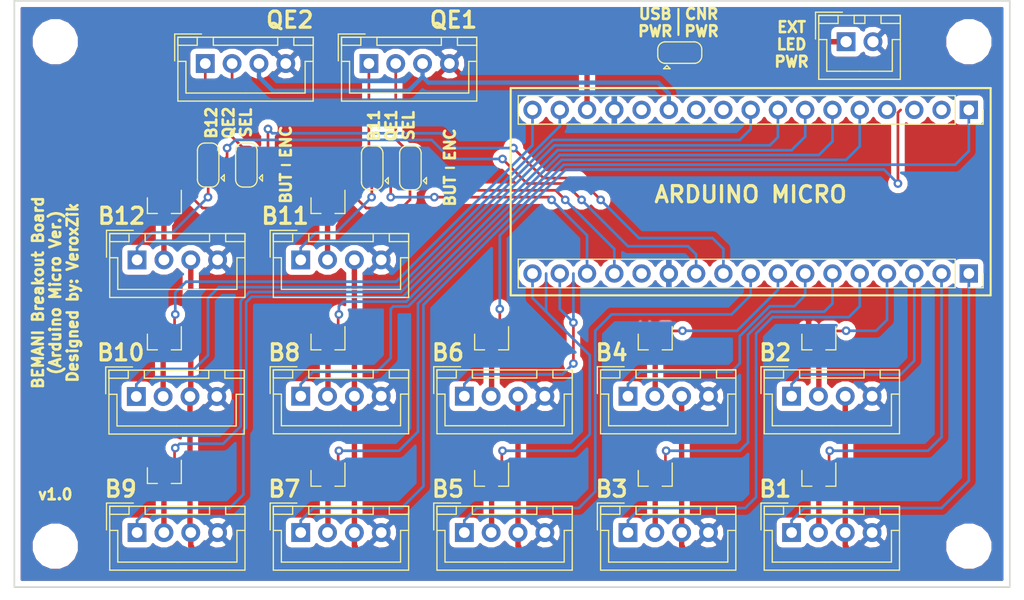
<source format=kicad_pcb>
(kicad_pcb (version 20171130) (host pcbnew "(5.0.0)")
  (layers (0 F.Cu signal) (31 B.Cu signal) (34 B.Paste user) (35 F.Paste user) (36 B.SilkS user) (37 F.SilkS user) (38 B.Mask user) (39 F.Mask user) (44 Edge.Cuts user))
  (net 0 "")
  (net 1 GND)
  (net 2 /B7LED)
  (net 3 /B6LED)
  (net 4 /B5LED)
  (net 5 /B4LED)
  (net 6 /B3LED)
  (net 7 /B2LED)
  (net 8 /B1LED)
  (net 9 /B9LED)
  (net 10 /B8LED)
  (net 11 /QE1B)
  (net 12 /PIN0)
  (net 13 /PIN1)
  (net 14 /QE1A)
  (net 15 /B8)
  (net 16 VBUS)
  (net 17 +12V)
  (net 18 /LED+)
  (net 19 /B4)
  (net 20 +5V)
  (net 21 /B9)
  (net 22 /B7)
  (net 23 /B6)
  (net 24 /B3)
  (net 25 /B2)
  (net 26 /B1)
  (net 27 /QE2A)
  (net 28 /QE2B)
  (net 29 /B5)
  (net 30 /PIN3)
  (net 31 /PIN2)
  (net 32 "Net-(J11-Pad2)")
  (net 33 "Net-(J9-Pad2)")
  (net 34 "Net-(J8-Pad2)")
  (net 35 "Net-(J6-Pad2)")
  (net 36 "Net-(J5-Pad2)")
  (net 37 "Net-(J4-Pad2)")
  (net 38 "Net-(J3-Pad2)")
  (net 39 "Net-(J14-Pad2)")
  (net 40 "Net-(J12-Pad2)")
  (net 41 /B12LED)
  (net 42 /B10LED)
  (net 43 "Net-(J16-Pad2)")
  (net 44 "Net-(J17-Pad2)")
  (net 45 /B11LED)
  (net 46 "Net-(J18-Pad2)")
  (net 47 /B12)
  (net 48 /B11)
  (net 49 /B10)
  (net 50 "Net-(J7-Pad11)")
  (net 51 "Net-(J7-Pad10)")
  (net 52 "Net-(J7-Pad3)")
  (net 53 +3V3)
  (net 54 "Net-(J10-Pad13)")
  (net 55 "Net-(J7-Pad13)")
  (module Connector_PinSocket_2.54mm:PinSocket_1x17_P2.54mm_Vertical (layer F.Cu) (at 191.77 97.79 270)
    (fp_text reference J7 hide)
    (fp_text value Conn_01x17)
    (pad 17 thru_hole oval (at 0 40.64 270) (size 1.7 1.7) (drill 1) (layers *.Cu *.Mask) (net 42 /B10LED))
    (pad 16 thru_hole oval (at 0 38.1 270) (size 1.7 1.7) (drill 1) (layers *.Cu *.Mask) (net 49 /B10))
    (pad 15 thru_hole oval (at 0 35.56 270) (size 1.7 1.7) (drill 1) (layers *.Cu *.Mask) (net 16 VBUS))
    (pad 14 thru_hole oval (at 0 33.02 270) (size 1.7 1.7) (drill 1) (layers *.Cu *.Mask) (net 1 GND))
    (pad 13 thru_hole oval (at 0 30.48 270) (size 1.7 1.7) (drill 1) (layers *.Cu *.Mask) (net 55 "Net-(J7-Pad13)"))
    (pad 12 thru_hole oval (at 0 27.94 270) (size 1.7 1.7) (drill 1) (layers *.Cu *.Mask) (net 20 +5V))
    (pad 11 thru_hole oval (at 0 25.4 270) (size 1.7 1.7) (drill 1) (layers *.Cu *.Mask) (net 50 "Net-(J7-Pad11)"))
    (pad 10 thru_hole oval (at 0 22.86 270) (size 1.7 1.7) (drill 1) (layers *.Cu *.Mask) (net 51 "Net-(J7-Pad10)"))
    (pad 9 thru_hole oval (at 0 20.32 270) (size 1.7 1.7) (drill 1) (layers *.Cu *.Mask) (net 9 /B9LED))
    (pad 8 thru_hole oval (at 0 17.78 270) (size 1.7 1.7) (drill 1) (layers *.Cu *.Mask) (net 21 /B9))
    (pad 7 thru_hole oval (at 0 15.24 270) (size 1.7 1.7) (drill 1) (layers *.Cu *.Mask) (net 10 /B8LED))
    (pad 6 thru_hole oval (at 0 12.7 270) (size 1.7 1.7) (drill 1) (layers *.Cu *.Mask) (net 15 /B8))
    (pad 5 thru_hole oval (at 0 10.16 270) (size 1.7 1.7) (drill 1) (layers *.Cu *.Mask) (net 2 /B7LED))
    (pad 4 thru_hole oval (at 0 7.62 270) (size 1.7 1.7) (drill 1) (layers *.Cu *.Mask) (net 3 /B6LED))
    (pad 3 thru_hole oval (at 0 5.08 270) (size 1.7 1.7) (drill 1) (layers *.Cu *.Mask) (net 52 "Net-(J7-Pad3)"))
    (pad 2 thru_hole oval (at 0 2.54 270) (size 1.7 1.7) (drill 1) (layers *.Cu *.Mask) (net 53 +3V3))
    (pad 1 thru_hole rect (at 0 0 270) (size 1.7 1.7) (drill 1) (layers *.Cu *.Mask) (net 22 /B7))
  )
  (module Connector_PinSocket_2.54mm:PinSocket_1x17_P2.54mm_Vertical (layer F.Cu) (at 191.77 113.03 270)
    (fp_text reference J10 hide)
    (fp_text value Conn_01x17)
    (pad 1 thru_hole rect (at 0 0 270) (size 1.7 1.7) (drill 1) (layers *.Cu *.Mask) (net 26 /B1))
    (pad 2 thru_hole oval (at 0 2.54 270) (size 1.7 1.7) (drill 1) (layers *.Cu *.Mask) (net 8 /B1LED))
    (pad 3 thru_hole oval (at 0 5.08 270) (size 1.7 1.7) (drill 1) (layers *.Cu *.Mask) (net 25 /B2))
    (pad 4 thru_hole oval (at 0 7.62 270) (size 1.7 1.7) (drill 1) (layers *.Cu *.Mask) (net 7 /B2LED))
    (pad 5 thru_hole oval (at 0 10.16 270) (size 1.7 1.7) (drill 1) (layers *.Cu *.Mask) (net 24 /B3))
    (pad 6 thru_hole oval (at 0 12.7 270) (size 1.7 1.7) (drill 1) (layers *.Cu *.Mask) (net 6 /B3LED))
    (pad 7 thru_hole oval (at 0 15.24 270) (size 1.7 1.7) (drill 1) (layers *.Cu *.Mask) (net 19 /B4))
    (pad 8 thru_hole oval (at 0 17.78 270) (size 1.7 1.7) (drill 1) (layers *.Cu *.Mask) (net 5 /B4LED))
    (pad 9 thru_hole oval (at 0 20.32 270) (size 1.7 1.7) (drill 1) (layers *.Cu *.Mask) (net 29 /B5))
    (pad 10 thru_hole oval (at 0 22.86 270) (size 1.7 1.7) (drill 1) (layers *.Cu *.Mask) (net 30 /PIN3))
    (pad 11 thru_hole oval (at 0 25.4 270) (size 1.7 1.7) (drill 1) (layers *.Cu *.Mask) (net 31 /PIN2))
    (pad 12 thru_hole oval (at 0 27.94 270) (size 1.7 1.7) (drill 1) (layers *.Cu *.Mask) (net 1 GND))
    (pad 13 thru_hole oval (at 0 30.48 270) (size 1.7 1.7) (drill 1) (layers *.Cu *.Mask) (net 54 "Net-(J10-Pad13)"))
    (pad 14 thru_hole oval (at 0 33.02 270) (size 1.7 1.7) (drill 1) (layers *.Cu *.Mask) (net 12 /PIN0))
    (pad 15 thru_hole oval (at 0 35.56 270) (size 1.7 1.7) (drill 1) (layers *.Cu *.Mask) (net 13 /PIN1))
    (pad 16 thru_hole oval (at 0 38.1 270) (size 1.7 1.7) (drill 1) (layers *.Cu *.Mask) (net 23 /B6))
    (pad 17 thru_hole oval (at 0 40.64 270) (size 1.7 1.7) (drill 1) (layers *.Cu *.Mask) (net 4 /B5LED))
  )
  (module Connectors_JST:JST_XH_B04B-XH-A_04x2.50mm_Straight (layer F.Cu) (at 114.3 111.76)
    (fp_text reference J17 hide)
    (fp_text value Conn_01x04)
    (pad 1 thru_hole rect (at 0 0) (size 1.75 1.75) (drill 1) (layers *.Cu *.Mask) (net 47 /B12))
    (pad 2 thru_hole circle (at 2.5 0) (size 1.75 1.75) (drill 1) (layers *.Cu *.Mask) (net 44 "Net-(J17-Pad2)"))
    (pad 3 thru_hole circle (at 5 0) (size 1.75 1.75) (drill 1) (layers *.Cu *.Mask) (net 18 /LED+))
    (pad 4 thru_hole circle (at 7.5 0) (size 1.75 1.75) (drill 1) (layers *.Cu *.Mask) (net 1 GND))
  )
  (module Connectors_JST:JST_XH_B04B-XH-A_04x2.50mm_Straight (layer F.Cu) (at 129.54 124.46)
    (fp_text reference J16 hide)
    (fp_text value Conn_01x04)
    (pad 4 thru_hole circle (at 7.5 0) (size 1.75 1.75) (drill 1) (layers *.Cu *.Mask) (net 1 GND))
    (pad 3 thru_hole circle (at 5 0) (size 1.75 1.75) (drill 1) (layers *.Cu *.Mask) (net 18 /LED+))
    (pad 2 thru_hole circle (at 2.5 0) (size 1.75 1.75) (drill 1) (layers *.Cu *.Mask) (net 43 "Net-(J16-Pad2)"))
    (pad 1 thru_hole rect (at 0 0) (size 1.75 1.75) (drill 1) (layers *.Cu *.Mask) (net 15 /B8))
  )
  (module Connectors_JST:JST_XH_B04B-XH-A_04x2.50mm_Straight (layer F.Cu) (at 114.227001 124.483001)
    (fp_text reference J14 hide)
    (fp_text value Conn_01x04)
    (pad 1 thru_hole rect (at 0 0) (size 1.75 1.75) (drill 1) (layers *.Cu *.Mask) (net 49 /B10))
    (pad 2 thru_hole circle (at 2.5 0) (size 1.75 1.75) (drill 1) (layers *.Cu *.Mask) (net 39 "Net-(J14-Pad2)"))
    (pad 3 thru_hole circle (at 5 0) (size 1.75 1.75) (drill 1) (layers *.Cu *.Mask) (net 18 /LED+))
    (pad 4 thru_hole circle (at 7.5 0) (size 1.75 1.75) (drill 1) (layers *.Cu *.Mask) (net 1 GND))
  )
  (module Connectors_JST:JST_XH_B04B-XH-A_04x2.50mm_Straight (layer F.Cu) (at 129.54 111.76)
    (fp_text reference J12 hide)
    (fp_text value Conn_01x04)
    (pad 4 thru_hole circle (at 7.5 0) (size 1.75 1.75) (drill 1) (layers *.Cu *.Mask) (net 1 GND))
    (pad 3 thru_hole circle (at 5 0) (size 1.75 1.75) (drill 1) (layers *.Cu *.Mask) (net 18 /LED+))
    (pad 2 thru_hole circle (at 2.5 0) (size 1.75 1.75) (drill 1) (layers *.Cu *.Mask) (net 40 "Net-(J12-Pad2)"))
    (pad 1 thru_hole rect (at 0 0) (size 1.75 1.75) (drill 1) (layers *.Cu *.Mask) (net 48 /B11))
  )
  (module TO_SOT_Packages_SMD:SOT-23 (layer F.Cu) (at 116.84 119.38 270)
    (fp_text reference Q9 hide)
    (fp_text value Si2302CDS)
    (pad 1 smd rect (at -1 -0.95 270) (size 0.9 0.8) (layers F.Cu F.Paste F.Mask) (net 42 /B10LED))
    (pad 2 smd rect (at -1 0.95 270) (size 0.9 0.8) (layers F.Cu F.Paste F.Mask) (net 1 GND))
    (pad 3 smd rect (at 1 0 270) (size 0.9 0.8) (layers F.Cu F.Paste F.Mask) (net 39 "Net-(J14-Pad2)"))
  )
  (module TO_SOT_Packages_SMD:SOT-23 (layer F.Cu) (at 116.84 131.826 270)
    (fp_text reference Q12 hide)
    (fp_text value Si2302CDS)
    (pad 3 smd rect (at 1 0 270) (size 0.9 0.8) (layers F.Cu F.Paste F.Mask) (net 46 "Net-(J18-Pad2)"))
    (pad 2 smd rect (at -1 0.95 270) (size 0.9 0.8) (layers F.Cu F.Paste F.Mask) (net 1 GND))
    (pad 1 smd rect (at -1 -0.95 270) (size 0.9 0.8) (layers F.Cu F.Paste F.Mask) (net 9 /B9LED))
  )
  (module TO_SOT_Packages_SMD:SOT-23 (layer F.Cu) (at 116.84 106.68 270)
    (fp_text reference Q11 hide)
    (fp_text value Si2302CDS)
    (pad 1 smd rect (at -1 -0.95 270) (size 0.9 0.8) (layers F.Cu F.Paste F.Mask) (net 41 /B12LED))
    (pad 2 smd rect (at -1 0.95 270) (size 0.9 0.8) (layers F.Cu F.Paste F.Mask) (net 1 GND))
    (pad 3 smd rect (at 1 0 270) (size 0.9 0.8) (layers F.Cu F.Paste F.Mask) (net 44 "Net-(J17-Pad2)"))
  )
  (module TO_SOT_Packages_SMD:SOT-23 (layer F.Cu) (at 132.08 106.68 270)
    (fp_text reference Q8 hide)
    (fp_text value Si2302CDS)
    (pad 3 smd rect (at 1 0 270) (size 0.9 0.8) (layers F.Cu F.Paste F.Mask) (net 40 "Net-(J12-Pad2)"))
    (pad 2 smd rect (at -1 0.95 270) (size 0.9 0.8) (layers F.Cu F.Paste F.Mask) (net 1 GND))
    (pad 1 smd rect (at -1 -0.95 270) (size 0.9 0.8) (layers F.Cu F.Paste F.Mask) (net 45 /B11LED))
  )
  (module Jumper:SolderJumper-3_P1.3mm_Open_RoundedPad1.0x1.5mm (layer F.Cu) (at 124.477356 102.927742 90)
    (fp_text reference JP5 hide)
    (fp_text value SolderJumper_3_Open)
    (pad 1 smd custom (at -1.3 0 90) (size 1 0.5) (layers F.Cu F.Mask) (net 41 /B12LED) (options (clearance outline) (anchor rect)) (primitives (gr_circle (center 0 0.25) (end 0.5 0.25) (width 0)) (gr_circle (center 0 -0.25) (end 0.5 -0.25) (width 0)) (gr_poly (pts (xy 0.55 -0.75) (xy 0 -0.75) (xy 0 0.75) (xy 0.55 0.75)) (width 0))))
    (pad 3 smd custom (at 1.3 0 90) (size 1 0.5) (layers F.Cu F.Mask) (net 28 /QE2B) (options (clearance outline) (anchor rect)) (primitives (gr_circle (center 0 0.25) (end 0.5 0.25) (width 0)) (gr_circle (center 0 -0.25) (end 0.5 -0.25) (width 0)) (gr_poly (pts (xy -0.55 -0.75) (xy 0 -0.75) (xy 0 0.75) (xy -0.55 0.75)) (width 0))))
    (pad 2 smd rect (at 0 0 90) (size 1 1.5) (layers F.Cu F.Mask) (net 30 /PIN3))
  )
  (module Connectors_JST:JST_XH_B02B-XH-A_02x2.50mm_Straight (layer F.Cu) (at 180.34 91.44)
    (fp_text reference J13 hide)
    (fp_text value Conn_01x02)
    (pad 2 thru_hole circle (at 2.5 0) (size 1.75 1.75) (drill 1.05) (layers *.Cu *.Mask) (net 1 GND))
    (pad 1 thru_hole rect (at 0 0) (size 1.75 1.75) (drill 1.05) (layers *.Cu *.Mask) (net 17 +12V))
  )
  (module Connectors_JST:JST_XH_B04B-XH-A_04x2.50mm_Straight (layer F.Cu) (at 144.78 137.16)
    (fp_text reference J8 hide)
    (fp_text value Conn_01x04)
    (pad 4 thru_hole circle (at 7.5 0) (size 1.75 1.75) (drill 1) (layers *.Cu *.Mask) (net 1 GND))
    (pad 3 thru_hole circle (at 5 0) (size 1.75 1.75) (drill 1) (layers *.Cu *.Mask) (net 18 /LED+))
    (pad 2 thru_hole circle (at 2.5 0) (size 1.75 1.75) (drill 1) (layers *.Cu *.Mask) (net 34 "Net-(J8-Pad2)"))
    (pad 1 thru_hole rect (at 0 0) (size 1.75 1.75) (drill 1) (layers *.Cu *.Mask) (net 29 /B5))
  )
  (module Connectors_JST:JST_XH_B04B-XH-A_04x2.50mm_Straight (layer F.Cu) (at 120.65 93.472)
    (fp_text reference J2 hide)
    (fp_text value Conn_01x04)
    (pad 4 thru_hole circle (at 7.5 0) (size 1.75 1.75) (drill 1) (layers *.Cu *.Mask) (net 1 GND))
    (pad 3 thru_hole circle (at 5 0) (size 1.75 1.75) (drill 1) (layers *.Cu *.Mask) (net 20 +5V))
    (pad 2 thru_hole circle (at 2.5 0) (size 1.75 1.75) (drill 1) (layers *.Cu *.Mask) (net 28 /QE2B))
    (pad 1 thru_hole rect (at 0 0) (size 1.75 1.75) (drill 1) (layers *.Cu *.Mask) (net 27 /QE2A))
  )
  (module Connectors_JST:JST_XH_B04B-XH-A_04x2.50mm_Straight (layer F.Cu) (at 175.26 137.16)
    (fp_text reference J3 hide)
    (fp_text value Conn_01x04)
    (pad 4 thru_hole circle (at 7.5 0) (size 1.75 1.75) (drill 1) (layers *.Cu *.Mask) (net 1 GND))
    (pad 3 thru_hole circle (at 5 0) (size 1.75 1.75) (drill 1) (layers *.Cu *.Mask) (net 18 /LED+))
    (pad 2 thru_hole circle (at 2.5 0) (size 1.75 1.75) (drill 1) (layers *.Cu *.Mask) (net 38 "Net-(J3-Pad2)"))
    (pad 1 thru_hole rect (at 0 0) (size 1.75 1.75) (drill 1) (layers *.Cu *.Mask) (net 26 /B1))
  )
  (module Connectors_JST:JST_XH_B04B-XH-A_04x2.50mm_Straight (layer F.Cu) (at 175.26 124.46)
    (fp_text reference J4 hide)
    (fp_text value Conn_01x04)
    (pad 1 thru_hole rect (at 0 0) (size 1.75 1.75) (drill 1) (layers *.Cu *.Mask) (net 25 /B2))
    (pad 2 thru_hole circle (at 2.5 0) (size 1.75 1.75) (drill 1) (layers *.Cu *.Mask) (net 37 "Net-(J4-Pad2)"))
    (pad 3 thru_hole circle (at 5 0) (size 1.75 1.75) (drill 1) (layers *.Cu *.Mask) (net 18 /LED+))
    (pad 4 thru_hole circle (at 7.5 0) (size 1.75 1.75) (drill 1) (layers *.Cu *.Mask) (net 1 GND))
  )
  (module Connectors_JST:JST_XH_B04B-XH-A_04x2.50mm_Straight (layer F.Cu) (at 160.02 137.16)
    (fp_text reference J5 hide)
    (fp_text value Conn_01x04)
    (pad 4 thru_hole circle (at 7.5 0) (size 1.75 1.75) (drill 1) (layers *.Cu *.Mask) (net 1 GND))
    (pad 3 thru_hole circle (at 5 0) (size 1.75 1.75) (drill 1) (layers *.Cu *.Mask) (net 18 /LED+))
    (pad 2 thru_hole circle (at 2.5 0) (size 1.75 1.75) (drill 1) (layers *.Cu *.Mask) (net 36 "Net-(J5-Pad2)"))
    (pad 1 thru_hole rect (at 0 0) (size 1.75 1.75) (drill 1) (layers *.Cu *.Mask) (net 24 /B3))
  )
  (module Connectors_JST:JST_XH_B04B-XH-A_04x2.50mm_Straight (layer F.Cu) (at 144.78 124.46)
    (fp_text reference J9 hide)
    (fp_text value Conn_01x04)
    (pad 1 thru_hole rect (at 0 0) (size 1.75 1.75) (drill 1) (layers *.Cu *.Mask) (net 23 /B6))
    (pad 2 thru_hole circle (at 2.5 0) (size 1.75 1.75) (drill 1) (layers *.Cu *.Mask) (net 33 "Net-(J9-Pad2)"))
    (pad 3 thru_hole circle (at 5 0) (size 1.75 1.75) (drill 1) (layers *.Cu *.Mask) (net 18 /LED+))
    (pad 4 thru_hole circle (at 7.5 0) (size 1.75 1.75) (drill 1) (layers *.Cu *.Mask) (net 1 GND))
  )
  (module Connectors_JST:JST_XH_B04B-XH-A_04x2.50mm_Straight (layer F.Cu) (at 129.54 137.16)
    (fp_text reference J11 hide)
    (fp_text value Conn_01x04)
    (pad 4 thru_hole circle (at 7.5 0) (size 1.75 1.75) (drill 1) (layers *.Cu *.Mask) (net 1 GND))
    (pad 3 thru_hole circle (at 5 0) (size 1.75 1.75) (drill 1) (layers *.Cu *.Mask) (net 18 /LED+))
    (pad 2 thru_hole circle (at 2.5 0) (size 1.75 1.75) (drill 1) (layers *.Cu *.Mask) (net 32 "Net-(J11-Pad2)"))
    (pad 1 thru_hole rect (at 0 0) (size 1.75 1.75) (drill 1) (layers *.Cu *.Mask) (net 22 /B7))
  )
  (module Connectors_JST:JST_XH_B04B-XH-A_04x2.50mm_Straight (layer F.Cu) (at 114.3 137.16)
    (fp_text reference J18 hide)
    (fp_text value Conn_01x04)
    (pad 4 thru_hole circle (at 7.5 0) (size 1.75 1.75) (drill 1) (layers *.Cu *.Mask) (net 1 GND))
    (pad 3 thru_hole circle (at 5 0) (size 1.75 1.75) (drill 1) (layers *.Cu *.Mask) (net 18 /LED+))
    (pad 2 thru_hole circle (at 2.5 0) (size 1.75 1.75) (drill 1) (layers *.Cu *.Mask) (net 46 "Net-(J18-Pad2)"))
    (pad 1 thru_hole rect (at 0 0) (size 1.75 1.75) (drill 1) (layers *.Cu *.Mask) (net 21 /B9))
  )
  (module Connectors_JST:JST_XH_B04B-XH-A_04x2.50mm_Straight (layer F.Cu) (at 135.89 93.472)
    (fp_text reference J1 hide)
    (fp_text value Conn_01x04)
    (pad 1 thru_hole rect (at 0 0) (size 1.75 1.75) (drill 1) (layers *.Cu *.Mask) (net 14 /QE1A))
    (pad 2 thru_hole circle (at 2.5 0) (size 1.75 1.75) (drill 1) (layers *.Cu *.Mask) (net 11 /QE1B))
    (pad 3 thru_hole circle (at 5 0) (size 1.75 1.75) (drill 1) (layers *.Cu *.Mask) (net 20 +5V))
    (pad 4 thru_hole circle (at 7.5 0) (size 1.75 1.75) (drill 1) (layers *.Cu *.Mask) (net 1 GND))
  )
  (module Connectors_JST:JST_XH_B04B-XH-A_04x2.50mm_Straight (layer F.Cu) (at 160.02 124.46)
    (fp_text reference J6 hide)
    (fp_text value Conn_01x04)
    (pad 4 thru_hole circle (at 7.5 0) (size 1.75 1.75) (drill 1) (layers *.Cu *.Mask) (net 1 GND))
    (pad 3 thru_hole circle (at 5 0) (size 1.75 1.75) (drill 1) (layers *.Cu *.Mask) (net 18 /LED+))
    (pad 2 thru_hole circle (at 2.5 0) (size 1.75 1.75) (drill 1) (layers *.Cu *.Mask) (net 35 "Net-(J6-Pad2)"))
    (pad 1 thru_hole rect (at 0 0) (size 1.75 1.75) (drill 1) (layers *.Cu *.Mask) (net 19 /B4))
  )
  (module Jumper:SolderJumper-3_P1.3mm_Open_RoundedPad1.0x1.5mm (layer F.Cu) (at 136.200666 103.187773 90)
    (fp_text reference JP2 hide)
    (fp_text value SolderJumper_3_Open)
    (pad 2 smd rect (at 0 0 90) (size 1 1.5) (layers F.Cu F.Mask) (net 13 /PIN1))
    (pad 3 smd custom (at 1.3 0 90) (size 1 0.5) (layers F.Cu F.Mask) (net 14 /QE1A) (options (clearance outline) (anchor rect)) (primitives (gr_circle (center 0 0.25) (end 0.5 0.25) (width 0)) (gr_circle (center 0 -0.25) (end 0.5 -0.25) (width 0)) (gr_poly (pts (xy -0.55 -0.75) (xy 0 -0.75) (xy 0 0.75) (xy -0.55 0.75)) (width 0))))
    (pad 1 smd custom (at -1.3 0 90) (size 1 0.5) (layers F.Cu F.Mask) (net 48 /B11) (options (clearance outline) (anchor rect)) (primitives (gr_circle (center 0 0.25) (end 0.5 0.25) (width 0)) (gr_circle (center 0 -0.25) (end 0.5 -0.25) (width 0)) (gr_poly (pts (xy 0.55 -0.75) (xy 0 -0.75) (xy 0 0.75) (xy 0.55 0.75)) (width 0))))
  )
  (module Jumper:SolderJumper-3_P1.3mm_Open_RoundedPad1.0x1.5mm (layer F.Cu) (at 164.846 92.456)
    (fp_text reference JP1 hide)
    (fp_text value SolderJumper_3_Open)
    (pad 1 smd custom (at -1.3 0) (size 1 0.5) (layers F.Cu F.Mask) (net 16 VBUS) (options (clearance outline) (anchor rect)) (primitives (gr_circle (center 0 0.25) (end 0.5 0.25) (width 0)) (gr_circle (center 0 -0.25) (end 0.5 -0.25) (width 0)) (gr_poly (pts (xy 0.55 -0.75) (xy 0 -0.75) (xy 0 0.75) (xy 0.55 0.75)) (width 0))))
    (pad 3 smd custom (at 1.3 0) (size 1 0.5) (layers F.Cu F.Mask) (net 17 +12V) (options (clearance outline) (anchor rect)) (primitives (gr_circle (center 0 0.25) (end 0.5 0.25) (width 0)) (gr_circle (center 0 -0.25) (end 0.5 -0.25) (width 0)) (gr_poly (pts (xy -0.55 -0.75) (xy 0 -0.75) (xy 0 0.75) (xy -0.55 0.75)) (width 0))))
    (pad 2 smd rect (at 0 0) (size 1 1.5) (layers F.Cu F.Mask) (net 18 /LED+))
  )
  (module Jumper:SolderJumper-3_P1.3mm_Open_RoundedPad1.0x1.5mm (layer F.Cu) (at 120.921356 102.927742 90)
    (fp_text reference JP4 hide)
    (fp_text value SolderJumper_3_Open)
    (pad 2 smd rect (at 0 0 90) (size 1 1.5) (layers F.Cu F.Mask) (net 31 /PIN2))
    (pad 3 smd custom (at 1.3 0 90) (size 1 0.5) (layers F.Cu F.Mask) (net 27 /QE2A) (options (clearance outline) (anchor rect)) (primitives (gr_circle (center 0 0.25) (end 0.5 0.25) (width 0)) (gr_circle (center 0 -0.25) (end 0.5 -0.25) (width 0)) (gr_poly (pts (xy -0.55 -0.75) (xy 0 -0.75) (xy 0 0.75) (xy -0.55 0.75)) (width 0))))
    (pad 1 smd custom (at -1.3 0 90) (size 1 0.5) (layers F.Cu F.Mask) (net 47 /B12) (options (clearance outline) (anchor rect)) (primitives (gr_circle (center 0 0.25) (end 0.5 0.25) (width 0)) (gr_circle (center 0 -0.25) (end 0.5 -0.25) (width 0)) (gr_poly (pts (xy 0.55 -0.75) (xy 0 -0.75) (xy 0 0.75) (xy 0.55 0.75)) (width 0))))
  )
  (module Jumper:SolderJumper-3_P1.3mm_Open_RoundedPad1.0x1.5mm (layer F.Cu) (at 139.756666 103.187773 90)
    (fp_text reference JP3 hide)
    (fp_text value SolderJumper_3_Open)
    (pad 1 smd custom (at -1.3 0 90) (size 1 0.5) (layers F.Cu F.Mask) (net 45 /B11LED) (options (clearance outline) (anchor rect)) (primitives (gr_circle (center 0 0.25) (end 0.5 0.25) (width 0)) (gr_circle (center 0 -0.25) (end 0.5 -0.25) (width 0)) (gr_poly (pts (xy 0.55 -0.75) (xy 0 -0.75) (xy 0 0.75) (xy 0.55 0.75)) (width 0))))
    (pad 3 smd custom (at 1.3 0 90) (size 1 0.5) (layers F.Cu F.Mask) (net 11 /QE1B) (options (clearance outline) (anchor rect)) (primitives (gr_circle (center 0 0.25) (end 0.5 0.25) (width 0)) (gr_circle (center 0 -0.25) (end 0.5 -0.25) (width 0)) (gr_poly (pts (xy -0.55 -0.75) (xy 0 -0.75) (xy 0 0.75) (xy -0.55 0.75)) (width 0))))
    (pad 2 smd rect (at 0 0 90) (size 1 1.5) (layers F.Cu F.Mask) (net 12 /PIN0))
  )
  (module Mounting_Holes:MountingHole_3.2mm_M3 (layer F.Cu) (at 106.68 138.43)
    (fp_text reference MH1 hide)
    (fp_text value MountingHole)
    (pad 1 np_thru_hole circle (at 0 0) (size 3.2 3.2) (drill 3.2) (layers *.Cu *.Mask))
  )
  (module Mounting_Holes:MountingHole_3.2mm_M3 (layer F.Cu) (at 106.68 91.44)
    (fp_text reference MH2 hide)
    (fp_text value MountingHole)
    (pad 1 np_thru_hole circle (at 0 0) (size 3.2 3.2) (drill 3.2) (layers *.Cu *.Mask))
  )
  (module Mounting_Holes:MountingHole_3.2mm_M3 (layer F.Cu) (at 191.77 138.43)
    (fp_text reference MH3 hide)
    (fp_text value MountingHole)
    (pad 1 np_thru_hole circle (at 0 0) (size 3.2 3.2) (drill 3.2) (layers *.Cu *.Mask))
  )
  (module Mounting_Holes:MountingHole_3.2mm_M3 (layer F.Cu) (at 191.77 91.44)
    (fp_text reference MH4 hide)
    (fp_text value MountingHole)
    (pad 1 np_thru_hole circle (at 0 0) (size 3.2 3.2) (drill 3.2) (layers *.Cu *.Mask))
  )
  (module TO_SOT_Packages_SMD:SOT-23 (layer F.Cu) (at 132.08 119.38 270)
    (fp_text reference Q10 hide)
    (fp_text value Si2302CDS)
    (pad 3 smd rect (at 1 0 270) (size 0.9 0.8) (layers F.Cu F.Paste F.Mask) (net 43 "Net-(J16-Pad2)"))
    (pad 2 smd rect (at -1 0.95 270) (size 0.9 0.8) (layers F.Cu F.Paste F.Mask) (net 1 GND))
    (pad 1 smd rect (at -1 -0.95 270) (size 0.9 0.8) (layers F.Cu F.Paste F.Mask) (net 10 /B8LED))
  )
  (module TO_SOT_Packages_SMD:SOT-23 (layer F.Cu) (at 177.8 132.08 270)
    (fp_text reference Q1 hide)
    (fp_text value Si2302CDS)
    (pad 3 smd rect (at 1 0 270) (size 0.9 0.8) (layers F.Cu F.Paste F.Mask) (net 38 "Net-(J3-Pad2)"))
    (pad 2 smd rect (at -1 0.95 270) (size 0.9 0.8) (layers F.Cu F.Paste F.Mask) (net 1 GND))
    (pad 1 smd rect (at -1 -0.95 270) (size 0.9 0.8) (layers F.Cu F.Paste F.Mask) (net 8 /B1LED))
  )
  (module TO_SOT_Packages_SMD:SOT-23 (layer F.Cu) (at 177.8 119.38 270)
    (fp_text reference Q2 hide)
    (fp_text value Si2302CDS)
    (pad 1 smd rect (at -1 -0.95 270) (size 0.9 0.8) (layers F.Cu F.Paste F.Mask) (net 7 /B2LED))
    (pad 2 smd rect (at -1 0.95 270) (size 0.9 0.8) (layers F.Cu F.Paste F.Mask) (net 1 GND))
    (pad 3 smd rect (at 1 0 270) (size 0.9 0.8) (layers F.Cu F.Paste F.Mask) (net 37 "Net-(J4-Pad2)"))
  )
  (module TO_SOT_Packages_SMD:SOT-23 (layer F.Cu) (at 162.56 132.08 270)
    (fp_text reference Q3 hide)
    (fp_text value Si2302CDS)
    (pad 3 smd rect (at 1 0 270) (size 0.9 0.8) (layers F.Cu F.Paste F.Mask) (net 36 "Net-(J5-Pad2)"))
    (pad 2 smd rect (at -1 0.95 270) (size 0.9 0.8) (layers F.Cu F.Paste F.Mask) (net 1 GND))
    (pad 1 smd rect (at -1 -0.95 270) (size 0.9 0.8) (layers F.Cu F.Paste F.Mask) (net 6 /B3LED))
  )
  (module TO_SOT_Packages_SMD:SOT-23 (layer F.Cu) (at 162.56 119.38 270)
    (fp_text reference Q4 hide)
    (fp_text value Si2302CDS)
    (pad 1 smd rect (at -1 -0.95 270) (size 0.9 0.8) (layers F.Cu F.Paste F.Mask) (net 5 /B4LED))
    (pad 2 smd rect (at -1 0.95 270) (size 0.9 0.8) (layers F.Cu F.Paste F.Mask) (net 1 GND))
    (pad 3 smd rect (at 1 0 270) (size 0.9 0.8) (layers F.Cu F.Paste F.Mask) (net 35 "Net-(J6-Pad2)"))
  )
  (module TO_SOT_Packages_SMD:SOT-23 (layer F.Cu) (at 147.32 132.08 270)
    (fp_text reference Q5 hide)
    (fp_text value Si2302CDS)
    (pad 3 smd rect (at 1 0 270) (size 0.9 0.8) (layers F.Cu F.Paste F.Mask) (net 34 "Net-(J8-Pad2)"))
    (pad 2 smd rect (at -1 0.95 270) (size 0.9 0.8) (layers F.Cu F.Paste F.Mask) (net 1 GND))
    (pad 1 smd rect (at -1 -0.95 270) (size 0.9 0.8) (layers F.Cu F.Paste F.Mask) (net 4 /B5LED))
  )
  (module TO_SOT_Packages_SMD:SOT-23 (layer F.Cu) (at 147.32 119.38 270)
    (fp_text reference Q6 hide)
    (fp_text value Si2302CDS)
    (pad 1 smd rect (at -1 -0.95 270) (size 0.9 0.8) (layers F.Cu F.Paste F.Mask) (net 3 /B6LED))
    (pad 2 smd rect (at -1 0.95 270) (size 0.9 0.8) (layers F.Cu F.Paste F.Mask) (net 1 GND))
    (pad 3 smd rect (at 1 0 270) (size 0.9 0.8) (layers F.Cu F.Paste F.Mask) (net 33 "Net-(J9-Pad2)"))
  )
  (module TO_SOT_Packages_SMD:SOT-23 (layer F.Cu) (at 132.08 132.08 270)
    (fp_text reference Q7 hide)
    (fp_text value Si2302CDS)
    (pad 3 smd rect (at 1 0 270) (size 0.9 0.8) (layers F.Cu F.Paste F.Mask) (net 32 "Net-(J11-Pad2)"))
    (pad 2 smd rect (at -1 0.95 270) (size 0.9 0.8) (layers F.Cu F.Paste F.Mask) (net 1 GND))
    (pad 1 smd rect (at -1 -0.95 270) (size 0.9 0.8) (layers F.Cu F.Paste F.Mask) (net 2 /B7LED))
  )
  (gr_text v1.0 (at 106.68 133.604) (layer F.SilkS) (effects (font (size 1 1) (thickness 0.25))))
  (gr_text B11 (at 128.088999 107.672999) (layer F.SilkS) (effects (font (size 1.5 1.5) (thickness 0.3))))
  (gr_text B12 (at 112.848999 107.672999) (layer F.SilkS) (effects (font (size 1.5 1.5) (thickness 0.3))))
  (gr_text B10 (at 112.776 120.396) (layer F.SilkS) (effects (font (size 1.5 1.5) (thickness 0.3))))
  (gr_line (start 127.779356 102.927742) (end 128.541356 102.927742) (layer F.SilkS) (width 0.2))
  (gr_text BUT (at 128.160356 105.086742 90) (layer F.SilkS) (effects (font (size 1 1) (thickness 0.25))))
  (gr_text ENC (at 128.160356 100.768742 90) (layer F.SilkS) (effects (font (size 1 1) (thickness 0.25))))
  (gr_text "EXT\nLED\nPWR" (at 175.26 91.694) (layer F.SilkS) (effects (font (size 1 1) (thickness 0.25))))
  (gr_text "B12\nQE2\nSEL" (at 122.826356 98.990742 90) (layer F.SilkS) (effects (font (size 1 1) (thickness 0.25))))
  (gr_text "B11\nQE1\nSEL" (at 137.978666 99.250773 90) (layer F.SilkS) (effects (font (size 1 1) (thickness 0.25))))
  (gr_text BUT (at 143.439666 105.346773 90) (layer F.SilkS) (effects (font (size 1 1) (thickness 0.25))))
  (gr_text ENC (at 143.439666 101.028773 90) (layer F.SilkS) (effects (font (size 1 1) (thickness 0.25))))
  (gr_line (start 143.058666 103.187773) (end 143.820666 103.187773) (layer F.SilkS) (width 0.2))
  (gr_line (start 164.719 88.392) (end 164.719 90.805) (layer F.SilkS) (width 0.2))
  (gr_text "CNR\nPWR" (at 166.878 89.662) (layer F.SilkS) (effects (font (size 1 1) (thickness 0.25))))
  (gr_text "USB\nPWR" (at 162.56 89.662) (layer F.SilkS) (effects (font (size 1 1) (thickness 0.25))))
  (gr_text "BEMANI Breakout Board\n(Arduino Micro Ver.)\nDesigned by: VeroxZik" (at 106.68 114.808 90) (layer F.SilkS) (effects (font (size 1 1) (thickness 0.25))))
  (gr_text QE2 (at 128.524 89.408) (layer F.SilkS) (effects (font (size 1.5 1.5) (thickness 0.3))))
  (gr_text QE1 (at 143.764 89.408) (layer F.SilkS) (effects (font (size 1.5 1.5) (thickness 0.3))))
  (gr_text B9 (at 112.776 133.096) (layer F.SilkS) (effects (font (size 1.5 1.5) (thickness 0.3))))
  (gr_text B8 (at 128.016 120.396) (layer F.SilkS) (effects (font (size 1.5 1.5) (thickness 0.3))))
  (gr_text B7 (at 128.016 133.096) (layer F.SilkS) (effects (font (size 1.5 1.5) (thickness 0.3))))
  (gr_text B6 (at 143.256 120.396) (layer F.SilkS) (effects (font (size 1.5 1.5) (thickness 0.3))))
  (gr_text B5 (at 143.256 133.096) (layer F.SilkS) (effects (font (size 1.5 1.5) (thickness 0.3))))
  (gr_text B4 (at 158.496 120.396) (layer F.SilkS) (effects (font (size 1.5 1.5) (thickness 0.3))))
  (gr_text B3 (at 158.496 133.096) (layer F.SilkS) (effects (font (size 1.5 1.5) (thickness 0.3))))
  (gr_text B2 (at 173.736 120.396) (layer F.SilkS) (effects (font (size 1.5 1.5) (thickness 0.3))))
  (gr_text B1 (at 173.736 133.096) (layer F.SilkS) (effects (font (size 1.5 1.5) (thickness 0.3))))
  (gr_line (start 149.098 115.062) (end 149.098 95.758) (layer F.SilkS) (width 0.2))
  (gr_line (start 193.802 115.062) (end 149.098 115.062) (layer F.SilkS) (width 0.2))
  (gr_line (start 193.802 95.758) (end 193.802 115.062) (layer F.SilkS) (width 0.2))
  (gr_line (start 149.098 95.758) (end 193.802 95.758) (layer F.SilkS) (width 0.2))
  (gr_text "ARDUINO MICRO" (at 171.45 105.664) (layer F.SilkS) (effects (font (size 1.5 1.5) (thickness 0.3))))
  (gr_line (start 102.87 142.24) (end 102.87 87.63) (layer Edge.Cuts) (width 0.15))
  (gr_line (start 195.58 142.24) (end 102.87 142.24) (layer Edge.Cuts) (width 0.15))
  (gr_line (start 195.58 87.63) (end 195.58 142.24) (layer Edge.Cuts) (width 0.15))
  (gr_line (start 102.87 87.63) (end 195.58 87.63) (layer Edge.Cuts) (width 0.15))
  (segment (start 165.084 118.38) (end 165.1 118.364) (width 0.25) (layer F.Cu) (net 5))
  (via (at 165.1 118.364) (size 0.8) (drill 0.4) (layers F.Cu B.Cu) (net 5))
  (segment (start 163.51 118.38) (end 165.084 118.38) (width 0.25) (layer F.Cu) (net 5))
  (via (at 117.856 129.286) (size 0.8) (drill 0.4) (layers F.Cu B.Cu) (net 9))
  (segment (start 117.79 130.826) (end 117.79 129.352) (width 0.25) (layer F.Cu) (net 9))
  (segment (start 117.79 129.352) (end 117.856 129.286) (width 0.25) (layer F.Cu) (net 9))
  (via (at 117.856 116.84) (size 0.8) (drill 0.4) (layers F.Cu B.Cu) (net 42))
  (segment (start 117.79 118.38) (end 117.79 116.906) (width 0.25) (layer F.Cu) (net 42))
  (segment (start 117.79 116.906) (end 117.856 116.84) (width 0.25) (layer F.Cu) (net 42))
  (via (at 133.096 116.84) (size 0.8) (drill 0.4) (layers F.Cu B.Cu) (net 10))
  (segment (start 133.03 118.38) (end 133.03 116.906) (width 0.25) (layer F.Cu) (net 10))
  (segment (start 133.03 116.906) (end 133.096 116.84) (width 0.25) (layer F.Cu) (net 10))
  (via (at 133.096 129.54) (size 0.8) (drill 0.4) (layers F.Cu B.Cu) (net 2))
  (segment (start 133.03 131.08) (end 133.03 129.606) (width 0.25) (layer F.Cu) (net 2))
  (segment (start 133.03 129.606) (end 133.096 129.54) (width 0.25) (layer F.Cu) (net 2))
  (segment (start 138.684 129.54) (end 140.462 127.762) (width 0.25) (layer B.Cu) (net 2))
  (segment (start 133.096 129.54) (end 138.684 129.54) (width 0.25) (layer B.Cu) (net 2))
  (segment (start 140.462 127.762) (end 140.462 115.82682) (width 0.25) (layer B.Cu) (net 2))
  (segment (start 140.462 115.82682) (end 153.84538 102.44344) (width 0.25) (layer B.Cu) (net 2))
  (segment (start 181.61 101.17344) (end 180.34 102.44344) (width 0.25) (layer B.Cu) (net 2))
  (segment (start 181.61 97.79) (end 181.61 101.17344) (width 0.25) (layer B.Cu) (net 2))
  (segment (start 153.84538 102.44344) (end 180.34 102.44344) (width 0.25) (layer B.Cu) (net 2))
  (segment (start 150.259999 107.301641) (end 154.21818 103.34346) (width 0.25) (layer B.Cu) (net 3))
  (via (at 185.166 104.648) (size 0.8) (drill 0.4) (layers F.Cu B.Cu) (net 3))
  (segment (start 154.21818 103.34346) (end 183.86146 103.34346) (width 0.25) (layer B.Cu) (net 3))
  (segment (start 183.86146 103.34346) (end 185.166 104.648) (width 0.25) (layer B.Cu) (net 3))
  (segment (start 185.166 98.044) (end 185.42 97.79) (width 0.25) (layer F.Cu) (net 3))
  (segment (start 185.166 104.648) (end 185.166 98.044) (width 0.25) (layer F.Cu) (net 3))
  (segment (start 150.259999 107.301641) (end 148.08482 109.47682) (width 0.25) (layer B.Cu) (net 3))
  (via (at 148.082 116.332) (size 0.8) (drill 0.4) (layers F.Cu B.Cu) (net 3))
  (segment (start 148.08482 109.47682) (end 148.082 109.47964) (width 0.25) (layer B.Cu) (net 3))
  (segment (start 148.082 109.47964) (end 148.082 116.332) (width 0.25) (layer B.Cu) (net 3))
  (segment (start 148.082 118.192) (end 148.27 118.38) (width 0.25) (layer F.Cu) (net 3))
  (segment (start 148.082 116.332) (end 148.082 118.192) (width 0.25) (layer F.Cu) (net 3))
  (via (at 148.336 129.54) (size 0.8) (drill 0.4) (layers F.Cu B.Cu) (net 4))
  (segment (start 148.27 131.08) (end 148.27 129.606) (width 0.25) (layer F.Cu) (net 4))
  (segment (start 148.27 129.606) (end 148.336 129.54) (width 0.25) (layer F.Cu) (net 4))
  (segment (start 148.336 129.54) (end 154.94 129.54) (width 0.25) (layer B.Cu) (net 4))
  (segment (start 154.94 129.54) (end 156.464 128.016) (width 0.25) (layer B.Cu) (net 4))
  (segment (start 156.464 128.016) (end 156.464 120.65) (width 0.25) (layer B.Cu) (net 4))
  (segment (start 152.4 116.586) (end 152.4 113.03) (width 0.25) (layer B.Cu) (net 4))
  (segment (start 156.464 120.65) (end 152.4 116.586) (width 0.25) (layer B.Cu) (net 4))
  (segment (start 152.4 116.586) (end 151.13 115.316) (width 0.25) (layer B.Cu) (net 4))
  (segment (start 151.13 115.316) (end 151.13 113.03) (width 0.25) (layer B.Cu) (net 4))
  (segment (start 170.18 118.364) (end 165.1 118.364) (width 0.25) (layer B.Cu) (net 5))
  (segment (start 172.91601 115.62799) (end 170.18 118.364) (width 0.25) (layer B.Cu) (net 5))
  (segment (start 173.99 114.554) (end 172.91601 115.62799) (width 0.25) (layer B.Cu) (net 5))
  (segment (start 173.99 113.03) (end 173.99 114.554) (width 0.25) (layer B.Cu) (net 5))
  (via (at 163.576 129.54) (size 0.8) (drill 0.4) (layers F.Cu B.Cu) (net 6))
  (segment (start 163.51 131.08) (end 163.51 129.606) (width 0.25) (layer F.Cu) (net 6))
  (segment (start 163.51 129.606) (end 163.576 129.54) (width 0.25) (layer F.Cu) (net 6))
  (segment (start 170.434 129.54) (end 163.576 129.54) (width 0.25) (layer B.Cu) (net 6))
  (segment (start 173.35359 116.586) (end 171.196 118.74359) (width 0.25) (layer B.Cu) (net 6))
  (segment (start 171.196 118.74359) (end 171.196 128.778) (width 0.25) (layer B.Cu) (net 6))
  (segment (start 171.196 128.778) (end 170.434 129.54) (width 0.25) (layer B.Cu) (net 6))
  (segment (start 179.07 115.824) (end 178.308 116.586) (width 0.25) (layer B.Cu) (net 6))
  (segment (start 179.07 113.03) (end 179.07 115.824) (width 0.25) (layer B.Cu) (net 6))
  (segment (start 178.308 116.586) (end 173.35359 116.586) (width 0.25) (layer B.Cu) (net 6))
  (via (at 180.34 118.364) (size 0.8) (drill 0.4) (layers F.Cu B.Cu) (net 7))
  (segment (start 180.324 118.38) (end 180.34 118.364) (width 0.25) (layer F.Cu) (net 7))
  (segment (start 178.75 118.38) (end 180.324 118.38) (width 0.25) (layer F.Cu) (net 7))
  (segment (start 184.15 117.348) (end 183.134 118.364) (width 0.25) (layer B.Cu) (net 7))
  (segment (start 184.15 113.03) (end 184.15 117.348) (width 0.25) (layer B.Cu) (net 7))
  (segment (start 183.134 118.364) (end 180.34 118.364) (width 0.25) (layer B.Cu) (net 7))
  (via (at 178.816 129.54) (size 0.8) (drill 0.4) (layers F.Cu B.Cu) (net 8))
  (segment (start 178.75 129.606) (end 178.816 129.54) (width 0.25) (layer F.Cu) (net 8))
  (segment (start 178.75 131.08) (end 178.75 129.606) (width 0.25) (layer F.Cu) (net 8))
  (segment (start 189.23 128.27) (end 187.96 129.54) (width 0.25) (layer B.Cu) (net 8))
  (segment (start 189.23 113.03) (end 189.23 128.27) (width 0.25) (layer B.Cu) (net 8))
  (segment (start 178.816 129.54) (end 187.96 129.54) (width 0.25) (layer B.Cu) (net 8))
  (segment (start 118.255999 128.886001) (end 117.856 129.286) (width 0.25) (layer B.Cu) (net 9))
  (segment (start 122.319999 128.886001) (end 118.255999 128.886001) (width 0.25) (layer B.Cu) (net 9))
  (segment (start 123.952 127.254) (end 122.319999 128.886001) (width 0.25) (layer B.Cu) (net 9))
  (segment (start 123.952 115.57) (end 123.952 127.254) (width 0.25) (layer B.Cu) (net 9))
  (segment (start 153.03641 100.584) (end 138.8704 114.75001) (width 0.25) (layer B.Cu) (net 9))
  (segment (start 138.8704 114.75001) (end 124.77199 114.75001) (width 0.25) (layer B.Cu) (net 9))
  (segment (start 124.77199 114.75001) (end 123.952 115.57) (width 0.25) (layer B.Cu) (net 9))
  (segment (start 171.45 99.568) (end 170.434 100.584) (width 0.25) (layer B.Cu) (net 9))
  (segment (start 171.45 97.79) (end 171.45 99.568) (width 0.25) (layer B.Cu) (net 9))
  (segment (start 170.434 100.584) (end 153.03641 100.584) (width 0.25) (layer B.Cu) (net 9))
  (segment (start 133.096 116.84) (end 133.096 116.078) (width 0.25) (layer B.Cu) (net 10))
  (segment (start 133.096 116.078) (end 133.523971 115.650029) (width 0.25) (layer B.Cu) (net 10))
  (segment (start 133.523971 115.650029) (end 139.365971 115.650029) (width 0.25) (layer B.Cu) (net 10))
  (segment (start 139.365971 115.650029) (end 153.47258 101.54342) (width 0.25) (layer B.Cu) (net 10))
  (segment (start 176.53 100.27342) (end 175.26 101.54342) (width 0.25) (layer B.Cu) (net 10))
  (segment (start 176.53 97.79) (end 176.53 100.27342) (width 0.25) (layer B.Cu) (net 10))
  (segment (start 153.47258 101.54342) (end 175.26 101.54342) (width 0.25) (layer B.Cu) (net 10))
  (via (at 136.144 105.918) (size 0.8) (drill 0.4) (layers F.Cu B.Cu) (net 48))
  (segment (start 136.161356 104.227742) (end 136.161356 105.900644) (width 0.25) (layer F.Cu) (net 48))
  (segment (start 136.144 105.918) (end 132.842 109.22) (width 0.25) (layer B.Cu) (net 48))
  (segment (start 129.54 110.635) (end 129.54 111.76) (width 0.25) (layer B.Cu) (net 48))
  (segment (start 130.955 109.22) (end 129.54 110.635) (width 0.25) (layer B.Cu) (net 48))
  (segment (start 135.636 106.934) (end 134.382 105.68) (width 0.25) (layer F.Cu) (net 45))
  (segment (start 134.382 105.68) (end 133.03 105.68) (width 0.25) (layer F.Cu) (net 45))
  (segment (start 139.717356 106.154644) (end 138.938 106.934) (width 0.25) (layer F.Cu) (net 45))
  (segment (start 139.717356 104.227742) (end 139.717356 106.154644) (width 0.25) (layer F.Cu) (net 45))
  (segment (start 138.39 100.521107) (end 139.756666 101.887773) (width 0.25) (layer F.Cu) (net 11))
  (segment (start 138.39 93.472) (end 138.39 100.521107) (width 0.25) (layer F.Cu) (net 11))
  (via (at 154.178 106.172) (size 0.8) (drill 0.4) (layers F.Cu B.Cu) (net 12))
  (segment (start 153.28759 105.28159) (end 154.178 106.172) (width 0.25) (layer F.Cu) (net 12))
  (segment (start 143.63559 105.28159) (end 153.28759 105.28159) (width 0.25) (layer F.Cu) (net 12))
  (segment (start 139.756666 103.187773) (end 141.541773 103.187773) (width 0.25) (layer F.Cu) (net 12))
  (segment (start 141.541773 103.187773) (end 143.63559 105.28159) (width 0.25) (layer F.Cu) (net 12))
  (segment (start 158.75 113.03) (end 158.75 110.744) (width 0.25) (layer B.Cu) (net 12))
  (segment (start 154.178 106.172) (end 158.75 110.744) (width 0.25) (layer B.Cu) (net 12))
  (via (at 137.922 105.918) (size 0.8) (drill 0.4) (layers F.Cu B.Cu) (net 13))
  (segment (start 137.922 103.909107) (end 137.922 105.918) (width 0.25) (layer F.Cu) (net 13))
  (segment (start 136.200666 103.187773) (end 137.200666 103.187773) (width 0.25) (layer F.Cu) (net 13))
  (segment (start 137.200666 103.187773) (end 137.922 103.909107) (width 0.25) (layer F.Cu) (net 13))
  (segment (start 137.922 105.918) (end 140.716 105.918) (width 0.25) (layer B.Cu) (net 13))
  (via (at 141.986 105.918) (size 0.8) (drill 0.4) (layers F.Cu B.Cu) (net 13))
  (via (at 152.908 106.172) (size 0.8) (drill 0.4) (layers F.Cu B.Cu) (net 13))
  (segment (start 152.654 105.918) (end 152.908 106.172) (width 0.25) (layer F.Cu) (net 13))
  (segment (start 141.986 105.918) (end 152.654 105.918) (width 0.25) (layer F.Cu) (net 13))
  (segment (start 141.986 105.918) (end 140.716 105.918) (width 0.25) (layer B.Cu) (net 13))
  (segment (start 156.21 111.827919) (end 156.21 109.474) (width 0.25) (layer B.Cu) (net 13))
  (segment (start 156.21 113.03) (end 156.21 111.827919) (width 0.25) (layer B.Cu) (net 13))
  (segment (start 156.21 109.474) (end 152.908 106.172) (width 0.25) (layer B.Cu) (net 13))
  (segment (start 135.89 101.577107) (end 136.200666 101.887773) (width 0.25) (layer F.Cu) (net 14))
  (segment (start 135.89 93.472) (end 135.89 101.577107) (width 0.25) (layer F.Cu) (net 14))
  (segment (start 129.54 123.335) (end 130.701 122.174) (width 0.25) (layer B.Cu) (net 15))
  (segment (start 129.54 124.46) (end 129.54 123.335) (width 0.25) (layer B.Cu) (net 15))
  (segment (start 130.701 122.174) (end 136.652 122.174) (width 0.25) (layer B.Cu) (net 15))
  (segment (start 136.652 122.174) (end 137.922 120.904) (width 0.25) (layer B.Cu) (net 15))
  (segment (start 137.922 116.332) (end 138.153961 116.100039) (width 0.25) (layer B.Cu) (net 15))
  (segment (start 137.922 120.904) (end 137.922 116.332) (width 0.25) (layer B.Cu) (net 15))
  (segment (start 138.153961 116.100039) (end 139.552372 116.100038) (width 0.25) (layer B.Cu) (net 15))
  (segment (start 139.552372 116.100038) (end 153.65898 101.99343) (width 0.25) (layer B.Cu) (net 15))
  (segment (start 179.07 100.72343) (end 177.8 101.99343) (width 0.25) (layer B.Cu) (net 15))
  (segment (start 179.07 97.79) (end 179.07 100.72343) (width 0.25) (layer B.Cu) (net 15))
  (segment (start 153.65898 101.99343) (end 177.8 101.99343) (width 0.25) (layer B.Cu) (net 15))
  (segment (start 163.576 92.456) (end 159.004 92.456) (width 0.5) (layer F.Cu) (net 16))
  (segment (start 157.734 92.456) (end 159.004 92.456) (width 0.5) (layer F.Cu) (net 16))
  (segment (start 156.21 97.79) (end 156.21 93.98) (width 0.5) (layer F.Cu) (net 16))
  (segment (start 156.21 93.98) (end 157.734 92.456) (width 0.5) (layer F.Cu) (net 16))
  (segment (start 180.34 91.44) (end 175.768 91.44) (width 0.5) (layer F.Cu) (net 17))
  (segment (start 174.468 92.456) (end 166.116 92.456) (width 0.5) (layer F.Cu) (net 17))
  (segment (start 175.484 91.44) (end 180.34 91.44) (width 0.5) (layer F.Cu) (net 17))
  (segment (start 174.468 92.456) (end 175.484 91.44) (width 0.5) (layer F.Cu) (net 17))
  (segment (start 180.34 138.477436) (end 180.34 140.716) (width 0.5) (layer F.Cu) (net 18))
  (segment (start 180.26 137.16) (end 180.26 138.397436) (width 0.5) (layer F.Cu) (net 18))
  (segment (start 180.26 138.397436) (end 180.34 138.477436) (width 0.5) (layer F.Cu) (net 18))
  (segment (start 165.1 138.477436) (end 165.1 140.716) (width 0.5) (layer F.Cu) (net 18))
  (segment (start 165.02 137.16) (end 165.02 138.397436) (width 0.5) (layer F.Cu) (net 18))
  (segment (start 165.02 138.397436) (end 165.1 138.477436) (width 0.5) (layer F.Cu) (net 18))
  (segment (start 149.86 138.477436) (end 149.86 140.716) (width 0.5) (layer F.Cu) (net 18))
  (segment (start 149.78 137.16) (end 149.78 138.397436) (width 0.5) (layer F.Cu) (net 18))
  (segment (start 149.78 138.397436) (end 149.86 138.477436) (width 0.5) (layer F.Cu) (net 18))
  (segment (start 134.62 138.477436) (end 134.62 140.716) (width 0.5) (layer F.Cu) (net 18))
  (segment (start 134.54 137.16) (end 134.54 138.397436) (width 0.5) (layer F.Cu) (net 18))
  (segment (start 134.54 138.397436) (end 134.62 138.477436) (width 0.5) (layer F.Cu) (net 18))
  (segment (start 119.38 137.12) (end 119.34 137.16) (width 0.5) (layer F.Cu) (net 18))
  (segment (start 132.08 133.08) (end 132.08 137.12) (width 0.5) (layer F.Cu) (net 32))
  (segment (start 147.32 124.42) (end 147.28 124.46) (width 0.5) (layer F.Cu) (net 33))
  (segment (start 147.32 120.38) (end 147.32 124.42) (width 0.5) (layer F.Cu) (net 33))
  (segment (start 134.62 137.12) (end 134.58 137.16) (width 0.5) (layer F.Cu) (net 18))
  (segment (start 147.32 133.08) (end 147.32 137.12) (width 0.5) (layer F.Cu) (net 34))
  (segment (start 162.56 124.42) (end 162.52 124.46) (width 0.5) (layer F.Cu) (net 35))
  (segment (start 162.56 120.38) (end 162.56 124.42) (width 0.5) (layer F.Cu) (net 35))
  (segment (start 149.86 137.12) (end 149.82 137.16) (width 0.5) (layer F.Cu) (net 18))
  (segment (start 162.56 133.08) (end 162.56 137.12) (width 0.5) (layer F.Cu) (net 36))
  (segment (start 177.8 124.42) (end 177.76 124.46) (width 0.5) (layer F.Cu) (net 37))
  (segment (start 177.8 120.38) (end 177.8 124.42) (width 0.5) (layer F.Cu) (net 37))
  (segment (start 165.1 137.12) (end 165.06 137.16) (width 0.5) (layer F.Cu) (net 18))
  (segment (start 119.3 124.410002) (end 119.227001 124.483001) (width 0.5) (layer F.Cu) (net 18))
  (segment (start 119.3 111.76) (end 119.3 124.410002) (width 0.5) (layer F.Cu) (net 18))
  (segment (start 134.54 112.997436) (end 134.54 124.46) (width 0.5) (layer F.Cu) (net 18))
  (segment (start 134.54 111.76) (end 134.54 112.997436) (width 0.5) (layer F.Cu) (net 18))
  (segment (start 119.227001 137.087001) (end 119.3 137.16) (width 0.5) (layer F.Cu) (net 18))
  (segment (start 119.227001 124.483001) (end 119.227001 137.087001) (width 0.5) (layer F.Cu) (net 18))
  (segment (start 119.3 138.397436) (end 119.38 138.477436) (width 0.5) (layer F.Cu) (net 18))
  (segment (start 119.38 138.477436) (end 119.38 140.716) (width 0.5) (layer F.Cu) (net 18))
  (segment (start 119.3 137.16) (end 119.3 138.397436) (width 0.5) (layer F.Cu) (net 18))
  (segment (start 134.54 125.697436) (end 134.54 137.16) (width 0.5) (layer F.Cu) (net 18))
  (segment (start 134.54 124.46) (end 134.54 125.697436) (width 0.5) (layer F.Cu) (net 18))
  (segment (start 149.78 124.46) (end 149.78 137.16) (width 0.5) (layer F.Cu) (net 18))
  (segment (start 165.02 125.697436) (end 165.02 137.16) (width 0.5) (layer F.Cu) (net 18))
  (segment (start 165.02 124.46) (end 165.02 125.697436) (width 0.5) (layer F.Cu) (net 18))
  (segment (start 180.26 125.697436) (end 180.26 137.16) (width 0.5) (layer F.Cu) (net 18))
  (segment (start 180.26 124.46) (end 180.26 125.697436) (width 0.5) (layer F.Cu) (net 18))
  (segment (start 164.846 92.456) (end 164.846 91.206) (width 0.5) (layer F.Cu) (net 18))
  (segment (start 164.846 91.206) (end 164.846 88.646) (width 0.5) (layer F.Cu) (net 18))
  (segment (start 160.02 124.46) (end 160.02 123.335) (width 0.25) (layer B.Cu) (net 19))
  (segment (start 161.181 122.174) (end 169.672 122.174) (width 0.25) (layer B.Cu) (net 19))
  (segment (start 160.02 123.335) (end 161.181 122.174) (width 0.25) (layer B.Cu) (net 19))
  (segment (start 169.672 122.174) (end 170.434 121.412) (width 0.25) (layer B.Cu) (net 19))
  (segment (start 170.434 121.412) (end 170.434 118.86918) (width 0.25) (layer B.Cu) (net 19))
  (segment (start 170.434 118.86918) (end 173.22518 116.078) (width 0.25) (layer B.Cu) (net 19))
  (segment (start 176.53 115.062) (end 175.514 116.078) (width 0.25) (layer B.Cu) (net 19))
  (segment (start 176.53 113.03) (end 176.53 115.062) (width 0.25) (layer B.Cu) (net 19))
  (segment (start 173.22518 116.078) (end 175.514 116.078) (width 0.25) (layer B.Cu) (net 19))
  (segment (start 140.89 93.472) (end 140.89 94.709436) (width 0.4) (layer B.Cu) (net 20))
  (segment (start 125.65 94.709436) (end 126.952564 96.012) (width 0.4) (layer B.Cu) (net 20))
  (segment (start 125.65 93.472) (end 125.65 94.709436) (width 0.4) (layer B.Cu) (net 20))
  (segment (start 139.587436 96.012) (end 140.89 94.709436) (width 0.4) (layer B.Cu) (net 20))
  (segment (start 126.952564 96.012) (end 139.587436 96.012) (width 0.4) (layer B.Cu) (net 20))
  (segment (start 141.430564 95.25) (end 140.89 94.709436) (width 0.4) (layer B.Cu) (net 20))
  (segment (start 162.814 95.25) (end 141.430564 95.25) (width 0.4) (layer B.Cu) (net 20))
  (segment (start 163.83 97.79) (end 163.83 96.266) (width 0.4) (layer B.Cu) (net 20))
  (segment (start 163.83 96.266) (end 162.814 95.25) (width 0.4) (layer B.Cu) (net 20))
  (segment (start 114.3 136.035) (end 115.461 134.874) (width 0.25) (layer B.Cu) (net 21))
  (segment (start 114.3 137.16) (end 114.3 136.035) (width 0.25) (layer B.Cu) (net 21))
  (segment (start 115.461 134.874) (end 122.936 134.874) (width 0.25) (layer B.Cu) (net 21))
  (segment (start 122.936 134.874) (end 124.206 133.604) (width 0.25) (layer B.Cu) (net 21))
  (segment (start 124.206 127.63641) (end 124.46 127.38241) (width 0.25) (layer B.Cu) (net 21))
  (segment (start 124.206 133.604) (end 124.206 127.63641) (width 0.25) (layer B.Cu) (net 21))
  (segment (start 124.46 127.38241) (end 124.46 115.69841) (width 0.25) (layer B.Cu) (net 21))
  (segment (start 124.95839 115.20002) (end 139.056801 115.200019) (width 0.25) (layer B.Cu) (net 21))
  (segment (start 124.46 115.69841) (end 124.95839 115.20002) (width 0.25) (layer B.Cu) (net 21))
  (segment (start 139.056801 115.200019) (end 153.16341 101.09341) (width 0.25) (layer B.Cu) (net 21))
  (segment (start 173.99 100.33141) (end 173.228 101.09341) (width 0.25) (layer B.Cu) (net 21))
  (segment (start 173.99 97.79) (end 173.99 100.33141) (width 0.25) (layer B.Cu) (net 21))
  (segment (start 153.16341 101.09341) (end 173.228 101.09341) (width 0.25) (layer B.Cu) (net 21))
  (segment (start 129.54 136.035) (end 130.701 134.874) (width 0.25) (layer B.Cu) (net 22))
  (segment (start 129.54 137.16) (end 129.54 136.035) (width 0.25) (layer B.Cu) (net 22))
  (segment (start 130.701 134.874) (end 138.938 134.874) (width 0.25) (layer B.Cu) (net 22))
  (segment (start 140.97 132.842) (end 140.97 115.95523) (width 0.25) (layer B.Cu) (net 22))
  (segment (start 138.938 134.874) (end 140.97 132.842) (width 0.25) (layer B.Cu) (net 22))
  (segment (start 140.97 115.95523) (end 154.03178 102.89345) (width 0.25) (layer B.Cu) (net 22))
  (segment (start 191.77 101.62345) (end 190.5 102.89345) (width 0.25) (layer B.Cu) (net 22))
  (segment (start 191.77 97.79) (end 191.77 101.62345) (width 0.25) (layer B.Cu) (net 22))
  (segment (start 154.03178 102.89345) (end 190.5 102.89345) (width 0.25) (layer B.Cu) (net 22))
  (segment (start 144.78 123.335) (end 145.687 122.428) (width 0.25) (layer B.Cu) (net 23))
  (segment (start 144.78 124.46) (end 144.78 123.335) (width 0.25) (layer B.Cu) (net 23))
  (via (at 154.94 121.412) (size 0.8) (drill 0.4) (layers F.Cu B.Cu) (net 23))
  (segment (start 145.687 122.428) (end 153.924 122.428) (width 0.25) (layer B.Cu) (net 23))
  (segment (start 153.924 122.428) (end 154.94 121.412) (width 0.25) (layer B.Cu) (net 23))
  (via (at 154.94 117.602) (size 0.8) (drill 0.4) (layers F.Cu B.Cu) (net 23))
  (segment (start 154.94 121.412) (end 154.94 117.602) (width 0.25) (layer F.Cu) (net 23))
  (segment (start 154.94 117.036315) (end 154.94 113.03) (width 0.25) (layer B.Cu) (net 23))
  (segment (start 154.94 117.602) (end 154.94 117.036315) (width 0.25) (layer B.Cu) (net 23))
  (segment (start 153.67 116.332) (end 154.94 117.602) (width 0.25) (layer B.Cu) (net 23))
  (segment (start 153.67 113.03) (end 153.67 116.332) (width 0.25) (layer B.Cu) (net 23))
  (segment (start 160.02 136.035) (end 161.181 134.874) (width 0.25) (layer B.Cu) (net 24))
  (segment (start 160.02 137.16) (end 160.02 136.035) (width 0.25) (layer B.Cu) (net 24))
  (segment (start 161.181 134.874) (end 170.942 134.874) (width 0.25) (layer B.Cu) (net 24))
  (segment (start 170.942 134.874) (end 171.958 133.858) (width 0.25) (layer B.Cu) (net 24))
  (segment (start 171.958 133.858) (end 171.958 118.618) (width 0.25) (layer B.Cu) (net 24))
  (segment (start 171.958 118.618) (end 173.482 117.094) (width 0.25) (layer B.Cu) (net 24))
  (segment (start 181.61 116.078) (end 180.594 117.094) (width 0.25) (layer B.Cu) (net 24))
  (segment (start 181.61 113.03) (end 181.61 116.078) (width 0.25) (layer B.Cu) (net 24))
  (segment (start 173.482 117.094) (end 180.594 117.094) (width 0.25) (layer B.Cu) (net 24))
  (segment (start 175.26 123.335) (end 176.167 122.428) (width 0.25) (layer B.Cu) (net 25))
  (segment (start 175.26 124.46) (end 175.26 123.335) (width 0.25) (layer B.Cu) (net 25))
  (segment (start 186.69 121.158) (end 185.42 122.428) (width 0.25) (layer B.Cu) (net 25))
  (segment (start 186.69 113.03) (end 186.69 121.158) (width 0.25) (layer B.Cu) (net 25))
  (segment (start 176.167 122.428) (end 185.42 122.428) (width 0.25) (layer B.Cu) (net 25))
  (segment (start 175.26 136.035) (end 175.26 137.16) (width 0.25) (layer B.Cu) (net 26))
  (segment (start 176.421 134.874) (end 175.26 136.035) (width 0.25) (layer B.Cu) (net 26))
  (segment (start 189.23 134.874) (end 176.421 134.874) (width 0.25) (layer B.Cu) (net 26))
  (segment (start 191.77 114.13) (end 191.77 132.334) (width 0.25) (layer B.Cu) (net 26))
  (segment (start 191.77 113.03) (end 191.77 114.13) (width 0.25) (layer B.Cu) (net 26))
  (segment (start 191.77 132.334) (end 189.23 134.874) (width 0.25) (layer B.Cu) (net 26))
  (segment (start 120.65 101.356386) (end 120.921356 101.627742) (width 0.25) (layer F.Cu) (net 27))
  (segment (start 120.65 93.472) (end 120.65 101.356386) (width 0.25) (layer F.Cu) (net 27))
  (segment (start 123.15 100.300386) (end 124.477356 101.627742) (width 0.25) (layer F.Cu) (net 28))
  (segment (start 123.15 93.472) (end 123.15 100.300386) (width 0.25) (layer F.Cu) (net 28))
  (segment (start 144.78 136.035) (end 145.941 134.874) (width 0.25) (layer B.Cu) (net 29))
  (segment (start 144.78 137.16) (end 144.78 136.035) (width 0.25) (layer B.Cu) (net 29))
  (segment (start 145.941 134.874) (end 155.448 134.874) (width 0.25) (layer B.Cu) (net 29))
  (segment (start 155.448 134.874) (end 156.972 133.35) (width 0.25) (layer B.Cu) (net 29))
  (segment (start 156.972 133.35) (end 156.972 118.364) (width 0.25) (layer B.Cu) (net 29))
  (segment (start 156.972 118.364) (end 158.496 116.84) (width 0.25) (layer B.Cu) (net 29))
  (segment (start 171.45 113.03) (end 171.45 115.062) (width 0.25) (layer B.Cu) (net 29))
  (segment (start 171.45 115.062) (end 169.672 116.84) (width 0.25) (layer B.Cu) (net 29))
  (segment (start 158.496 116.84) (end 169.672 116.84) (width 0.25) (layer B.Cu) (net 29))
  (via (at 126.492 99.568) (size 0.8) (drill 0.4) (layers F.Cu B.Cu) (net 30))
  (segment (start 126.492 101.913098) (end 126.492 99.568) (width 0.25) (layer F.Cu) (net 30))
  (segment (start 124.477356 102.927742) (end 125.477356 102.927742) (width 0.25) (layer F.Cu) (net 30))
  (segment (start 125.477356 102.927742) (end 126.492 101.913098) (width 0.25) (layer F.Cu) (net 30))
  (segment (start 126.891999 99.967999) (end 142.639999 99.967999) (width 0.25) (layer B.Cu) (net 30))
  (segment (start 126.492 99.568) (end 126.891999 99.967999) (width 0.25) (layer B.Cu) (net 30))
  (via (at 149.352 101.346) (size 0.8) (drill 0.4) (layers F.Cu B.Cu) (net 30))
  (segment (start 142.639999 99.967999) (end 144.018 101.346) (width 0.25) (layer B.Cu) (net 30))
  (segment (start 144.018 101.346) (end 148.082 101.346) (width 0.25) (layer B.Cu) (net 30))
  (via (at 157.48 106.172) (size 0.8) (drill 0.4) (layers F.Cu B.Cu) (net 30))
  (segment (start 157.48 106.172) (end 161.036 109.728) (width 0.25) (layer B.Cu) (net 30))
  (segment (start 152.146 104.14) (end 149.352 101.346) (width 0.25) (layer F.Cu) (net 30))
  (segment (start 155.448 104.14) (end 152.146 104.14) (width 0.25) (layer F.Cu) (net 30))
  (segment (start 157.48 106.172) (end 155.448 104.14) (width 0.25) (layer F.Cu) (net 30))
  (segment (start 148.082 101.346) (end 149.352 101.346) (width 0.25) (layer B.Cu) (net 30))
  (segment (start 168.91 110.744) (end 167.894 109.728) (width 0.25) (layer B.Cu) (net 30))
  (segment (start 168.91 113.03) (end 168.91 110.744) (width 0.25) (layer B.Cu) (net 30))
  (segment (start 161.036 109.728) (end 167.894 109.728) (width 0.25) (layer B.Cu) (net 30))
  (via (at 122.682 101.346) (size 0.8) (drill 0.4) (layers F.Cu B.Cu) (net 31))
  (segment (start 122.682 102.167098) (end 122.682 101.346) (width 0.25) (layer F.Cu) (net 31))
  (segment (start 120.921356 102.927742) (end 121.921356 102.927742) (width 0.25) (layer F.Cu) (net 31))
  (segment (start 121.921356 102.927742) (end 122.682 102.167098) (width 0.25) (layer F.Cu) (net 31))
  (via (at 148.336 102.362) (size 0.8) (drill 0.4) (layers F.Cu B.Cu) (net 31))
  (segment (start 148.336 102.362) (end 150.622 104.648) (width 0.25) (layer F.Cu) (net 31))
  (segment (start 147.066 102.362) (end 143.51 102.362) (width 0.25) (layer B.Cu) (net 31))
  (segment (start 143.51 102.362) (end 141.732 100.584) (width 0.25) (layer B.Cu) (net 31))
  (segment (start 122.682 101.346) (end 123.444 100.584) (width 0.25) (layer B.Cu) (net 31))
  (segment (start 141.732 100.584) (end 123.444 100.584) (width 0.25) (layer B.Cu) (net 31))
  (via (at 155.702 106.172) (size 0.8) (drill 0.4) (layers F.Cu B.Cu) (net 31))
  (segment (start 154.178 104.648) (end 155.702 106.172) (width 0.25) (layer F.Cu) (net 31))
  (segment (start 153.924 104.648) (end 154.178 104.648) (width 0.25) (layer F.Cu) (net 31))
  (segment (start 150.622 104.648) (end 153.924 104.648) (width 0.25) (layer F.Cu) (net 31))
  (segment (start 155.702 106.172) (end 160.02 110.49) (width 0.25) (layer B.Cu) (net 31))
  (segment (start 147.066 102.362) (end 148.336 102.362) (width 0.25) (layer B.Cu) (net 31))
  (segment (start 166.37 111.252) (end 165.608 110.49) (width 0.25) (layer B.Cu) (net 31))
  (segment (start 166.37 113.03) (end 166.37 111.252) (width 0.25) (layer B.Cu) (net 31))
  (segment (start 160.02 110.49) (end 165.608 110.49) (width 0.25) (layer B.Cu) (net 31))
  (segment (start 177.8 133.08) (end 177.8 137.12) (width 0.5) (layer F.Cu) (net 38))
  (segment (start 116.727001 120.492999) (end 116.84 120.38) (width 0.5) (layer F.Cu) (net 39))
  (segment (start 116.727001 124.483001) (end 116.727001 120.492999) (width 0.5) (layer F.Cu) (net 39))
  (segment (start 132.04 107.72) (end 132.08 107.68) (width 0.5) (layer F.Cu) (net 40))
  (segment (start 132.04 111.76) (end 132.04 107.72) (width 0.5) (layer F.Cu) (net 40))
  (segment (start 124.477356 104.227742) (end 124.477356 106.154644) (width 0.25) (layer F.Cu) (net 41))
  (segment (start 120.396 106.934) (end 119.142 105.68) (width 0.25) (layer F.Cu) (net 41))
  (segment (start 119.142 105.68) (end 117.79 105.68) (width 0.25) (layer F.Cu) (net 41))
  (segment (start 124.477356 106.154644) (end 123.698 106.934) (width 0.25) (layer F.Cu) (net 41))
  (segment (start 120.396 106.934) (end 123.698 106.934) (width 0.25) (layer F.Cu) (net 41))
  (segment (start 118.872 113.792) (end 138.43 113.792) (width 0.25) (layer B.Cu) (net 42))
  (segment (start 117.856 116.84) (end 117.856 114.808) (width 0.25) (layer B.Cu) (net 42))
  (segment (start 117.856 114.808) (end 118.872 113.792) (width 0.25) (layer B.Cu) (net 42))
  (segment (start 151.13 97.79) (end 151.13 101.092) (width 0.25) (layer B.Cu) (net 42))
  (segment (start 138.43 113.792) (end 151.13 101.092) (width 0.25) (layer B.Cu) (net 42))
  (segment (start 132.08 124.38) (end 132 124.46) (width 0.5) (layer F.Cu) (net 43))
  (segment (start 132.08 120.38) (end 132.08 124.38) (width 0.5) (layer F.Cu) (net 43))
  (segment (start 116.8 107.72) (end 116.84 107.68) (width 0.5) (layer F.Cu) (net 44))
  (segment (start 116.8 111.76) (end 116.8 107.72) (width 0.5) (layer F.Cu) (net 44))
  (segment (start 135.636 106.934) (end 138.938 106.934) (width 0.25) (layer F.Cu) (net 45))
  (segment (start 116.8 132.866) (end 116.84 132.826) (width 0.5) (layer F.Cu) (net 46))
  (segment (start 116.8 137.16) (end 116.8 132.866) (width 0.5) (layer F.Cu) (net 46))
  (via (at 120.904 105.918) (size 0.8) (drill 0.4) (layers F.Cu B.Cu) (net 47))
  (segment (start 115.715 109.22) (end 114.3 110.635) (width 0.25) (layer B.Cu) (net 47))
  (segment (start 114.3 110.635) (end 114.3 111.76) (width 0.25) (layer B.Cu) (net 47))
  (segment (start 120.921356 104.227742) (end 120.921356 105.900644) (width 0.25) (layer F.Cu) (net 47))
  (segment (start 117.602 109.22) (end 117.348 109.22) (width 0.25) (layer B.Cu) (net 47))
  (segment (start 120.904 105.918) (end 117.602 109.22) (width 0.25) (layer B.Cu) (net 47))
  (segment (start 117.348 109.22) (end 115.715 109.22) (width 0.25) (layer B.Cu) (net 47))
  (segment (start 130.955 109.22) (end 132.842 109.22) (width 0.25) (layer B.Cu) (net 48))
  (segment (start 114.227001 123.358001) (end 114.227001 124.483001) (width 0.25) (layer B.Cu) (net 49))
  (segment (start 115.665002 121.92) (end 114.227001 123.358001) (width 0.25) (layer B.Cu) (net 49))
  (segment (start 119.634 121.92) (end 115.665002 121.92) (width 0.25) (layer B.Cu) (net 49))
  (segment (start 120.904 120.65) (end 119.634 121.92) (width 0.25) (layer B.Cu) (net 49))
  (segment (start 120.904 115.316) (end 120.904 120.65) (width 0.25) (layer B.Cu) (net 49))
  (segment (start 153.162 99.822) (end 138.684 114.3) (width 0.25) (layer B.Cu) (net 49))
  (segment (start 138.684 114.3) (end 121.92 114.3) (width 0.25) (layer B.Cu) (net 49))
  (segment (start 121.92 114.3) (end 120.904 115.316) (width 0.25) (layer B.Cu) (net 49))
  (segment (start 153.67 97.79) (end 153.67 98.992081) (width 0.25) (layer B.Cu) (net 49))
  (segment (start 153.162 99.822) (end 153.67 99.314) (width 0.25) (layer B.Cu) (net 49))
  (segment (start 153.67 99.314) (end 153.67 98.992081) (width 0.25) (layer B.Cu) (net 49))
  (zone (net 18) (net_name /LED+) (layer F.Cu) (connect_pads (clearance 0.508)) (min_thickness 0.254) (fill yes (arc_segments 16) (thermal_gap 0.508) (thermal_bridge_width 0.508))
    (polygon (pts (xy 102.87 87.63) (xy 167.132 87.63) (xy 167.132 89.662) (xy 110.49 89.662) (xy 110.49 139.7) (xy 195.58 139.7) (xy 195.58 142.24) (xy 102.87 142.24)))
  )
  (zone (net 1) (net_name GND) (layer B.Cu) (connect_pads (clearance 0.508)) (min_thickness 0.254) (fill yes (arc_segments 16) (thermal_gap 0.508) (thermal_bridge_width 0.508))
    (polygon (pts (xy 102.87 87.63) (xy 195.58 87.63) (xy 195.58 142.24) (xy 102.87 142.24)))
  )
  (zone (net 1) (net_name GND) (layer F.Cu) (connect_pads (clearance 0.508)) (min_thickness 0.254) (fill yes (arc_segments 16) (thermal_gap 0.508) (thermal_bridge_width 0.508))
    (polygon (pts (xy 110.998 90.17) (xy 167.64 90.17) (xy 167.64 87.63) (xy 195.58 87.63) (xy 195.58 139.192) (xy 110.998 139.192)))
  )
)
</source>
